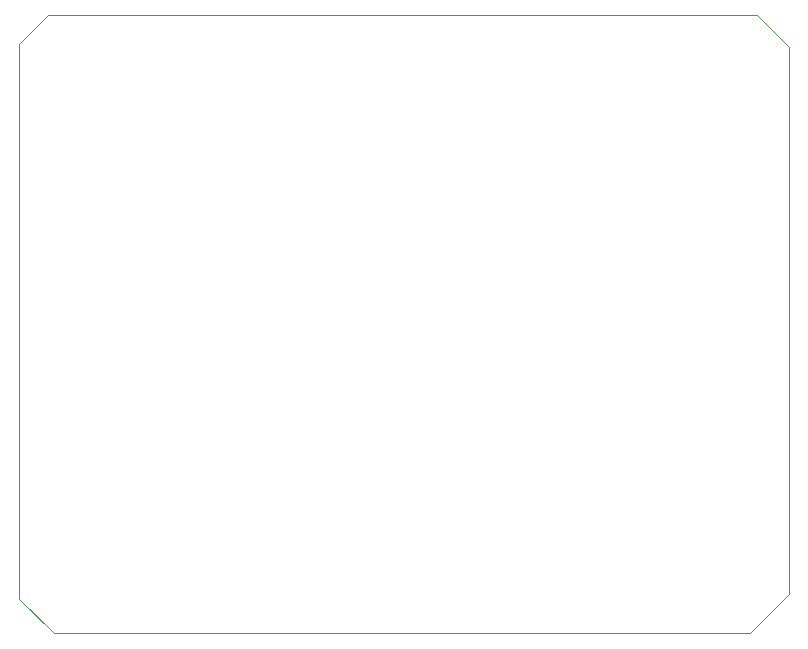
<source format=gbr>
%TF.GenerationSoftware,Altium Limited,Altium Designer,23.4.1 (23)*%
G04 Layer_Color=0*
%FSLAX45Y45*%
%MOMM*%
%TF.SameCoordinates,1140DA37-B3DB-4B23-8321-DC1501029C55*%
%TF.FilePolarity,Positive*%
%TF.FileFunction,Profile,NP*%
%TF.Part,Single*%
G01*
G75*
%TA.AperFunction,Profile*%
%ADD67C,0.02540*%
D67*
X11264900Y2832100D02*
Y7531100D01*
X11506200Y7772400D01*
X17513300D01*
X17780000Y7505700D01*
Y2870200D01*
X17449800Y2540000D01*
X11557000D01*
X11264900Y2832100D01*
%TF.MD5,3a92ae35afcfbb3d27eb2fc879b0e337*%
M02*

</source>
